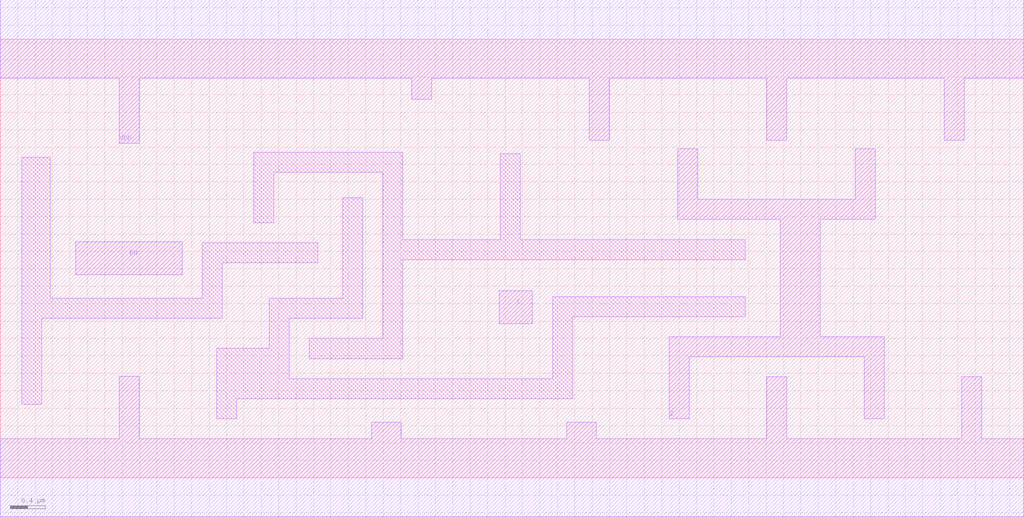
<source format=lef>
# Copyright 2022 GlobalFoundries PDK Authors
#
# Licensed under the Apache License, Version 2.0 (the "License");
# you may not use this file except in compliance with the License.
# You may obtain a copy of the License at
#
#      http://www.apache.org/licenses/LICENSE-2.0
#
# Unless required by applicable law or agreed to in writing, software
# distributed under the License is distributed on an "AS IS" BASIS,
# WITHOUT WARRANTIES OR CONDITIONS OF ANY KIND, either express or implied.
# See the License for the specific language governing permissions and
# limitations under the License.

MACRO gf180mcu_fd_sc_mcu9t5v0__bufz_4
  CLASS core ;
  FOREIGN gf180mcu_fd_sc_mcu9t5v0__bufz_4 0.0 0.0 ;
  ORIGIN 0 0 ;
  SYMMETRY X Y ;
  SITE GF018hv5v_green_sc9 ;
  SIZE 11.76 BY 5.04 ;
  PIN EN
    DIRECTION INPUT ;
    ANTENNAGATEAREA 3.384 ;
    PORT
      LAYER Metal1 ;
        POLYGON 0.87 2.33 2.09 2.33 2.09 2.71 0.87 2.71  ;
    END
  END EN
  PIN I
    DIRECTION INPUT ;
    ANTENNAGATEAREA 3.384 ;
    PORT
      LAYER Metal1 ;
        POLYGON 5.735 1.77 6.115 1.77 6.115 2.15 5.735 2.15  ;
    END
  END I
  PIN Z
    DIRECTION OUTPUT ;
    ANTENNADIFFAREA 3.2448 ;
    PORT
      LAYER Metal1 ;
        POLYGON 7.785 2.97 8.56 2.97 8.96 2.97 8.96 1.62 7.685 1.62 7.685 0.68 7.915 0.68 7.915 1.39 9.925 1.39 9.925 0.68 10.155 0.68 10.155 1.62 9.42 1.62 9.42 2.97 10.055 2.97 10.055 3.78 9.825 3.78 9.825 3.2 8.56 3.2 8.015 3.2 8.015 3.78 7.785 3.78  ;
    END
  END Z
  PIN VDD
    DIRECTION INOUT ;
    USE power ;
    SHAPE ABUTMENT ;
    PORT
      LAYER Metal1 ;
        POLYGON 0 4.59 1.365 4.59 1.365 3.845 1.595 3.845 1.595 4.59 4.725 4.59 4.725 4.35 4.955 4.35 4.955 4.59 6.765 4.59 6.765 3.88 6.995 3.88 6.995 4.59 8.56 4.59 8.805 4.59 8.805 3.88 9.035 3.88 9.035 4.59 10.845 4.59 10.845 3.88 11.075 3.88 11.075 4.59 11.76 4.59 11.76 5.49 8.56 5.49 0 5.49  ;
    END
  END VDD
  PIN VSS
    DIRECTION INOUT ;
    USE ground ;
    SHAPE ABUTMENT ;
    PORT
      LAYER Metal1 ;
        POLYGON 0 -0.45 11.76 -0.45 11.76 0.45 11.275 0.45 11.275 1.16 11.045 1.16 11.045 0.45 9.035 0.45 9.035 1.16 8.805 1.16 8.805 0.45 6.85 0.45 6.85 0.635 6.51 0.635 6.51 0.45 4.61 0.45 4.61 0.635 4.27 0.635 4.27 0.45 1.595 0.45 1.595 1.165 1.365 1.165 1.365 0.45 0 0.45  ;
    END
  END VSS
  OBS
      LAYER Metal1 ;
        POLYGON 0.245 0.845 0.475 0.845 0.475 1.83 2.55 1.83 2.55 2.47 3.65 2.47 3.65 2.7 2.32 2.7 2.32 2.06 0.575 2.06 0.575 3.685 0.245 3.685  ;
        POLYGON 2.485 0.68 2.715 0.68 2.715 0.91 6.575 0.91 6.575 1.85 8.56 1.85 8.56 2.08 6.345 2.08 6.345 1.14 3.32 1.14 3.32 1.83 4.165 1.83 4.165 3.215 3.935 3.215 3.935 2.06 3.09 2.06 3.09 1.49 2.485 1.49  ;
        POLYGON 2.915 2.93 3.145 2.93 3.145 3.51 4.395 3.51 4.395 1.6 3.55 1.6 3.55 1.37 4.625 1.37 4.625 2.505 8.56 2.505 8.56 2.735 5.975 2.735 5.975 3.72 5.745 3.72 5.745 2.735 4.625 2.735 4.625 3.74 2.915 3.74  ;
  END
END gf180mcu_fd_sc_mcu9t5v0__bufz_4

</source>
